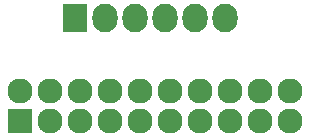
<source format=gbr>
G04 #@! TF.GenerationSoftware,KiCad,Pcbnew,(2017-10-24 revision cffe1b51e)-master*
G04 #@! TF.CreationDate,2017-11-01T11:13:37-07:00*
G04 #@! TF.ProjectId,jtag-swd,6A7461672D7377642E6B696361645F70,rev?*
G04 #@! TF.SameCoordinates,Original*
G04 #@! TF.FileFunction,Soldermask,Bot*
G04 #@! TF.FilePolarity,Negative*
%FSLAX46Y46*%
G04 Gerber Fmt 4.6, Leading zero omitted, Abs format (unit mm)*
G04 Created by KiCad (PCBNEW (2017-10-24 revision cffe1b51e)-master) date Wednesday, November 01, 2017 'AMt' 11:13:37 AM*
%MOMM*%
%LPD*%
G01*
G04 APERTURE LIST*
%ADD10R,2.127200X2.127200*%
%ADD11O,2.127200X2.127200*%
%ADD12R,2.127200X2.432000*%
%ADD13O,2.127200X2.432000*%
G04 APERTURE END LIST*
D10*
X31115000Y-44450000D03*
D11*
X31115000Y-41910000D03*
X33655000Y-44450000D03*
X33655000Y-41910000D03*
X36195000Y-44450000D03*
X36195000Y-41910000D03*
X38735000Y-44450000D03*
X38735000Y-41910000D03*
X41275000Y-44450000D03*
X41275000Y-41910000D03*
X43815000Y-44450000D03*
X43815000Y-41910000D03*
X46355000Y-44450000D03*
X46355000Y-41910000D03*
X48895000Y-44450000D03*
X48895000Y-41910000D03*
X51435000Y-44450000D03*
X51435000Y-41910000D03*
X53975000Y-44450000D03*
X53975000Y-41910000D03*
D12*
X35814000Y-35687000D03*
D13*
X38354000Y-35687000D03*
X40894000Y-35687000D03*
X43434000Y-35687000D03*
X45974000Y-35687000D03*
X48514000Y-35687000D03*
M02*

</source>
